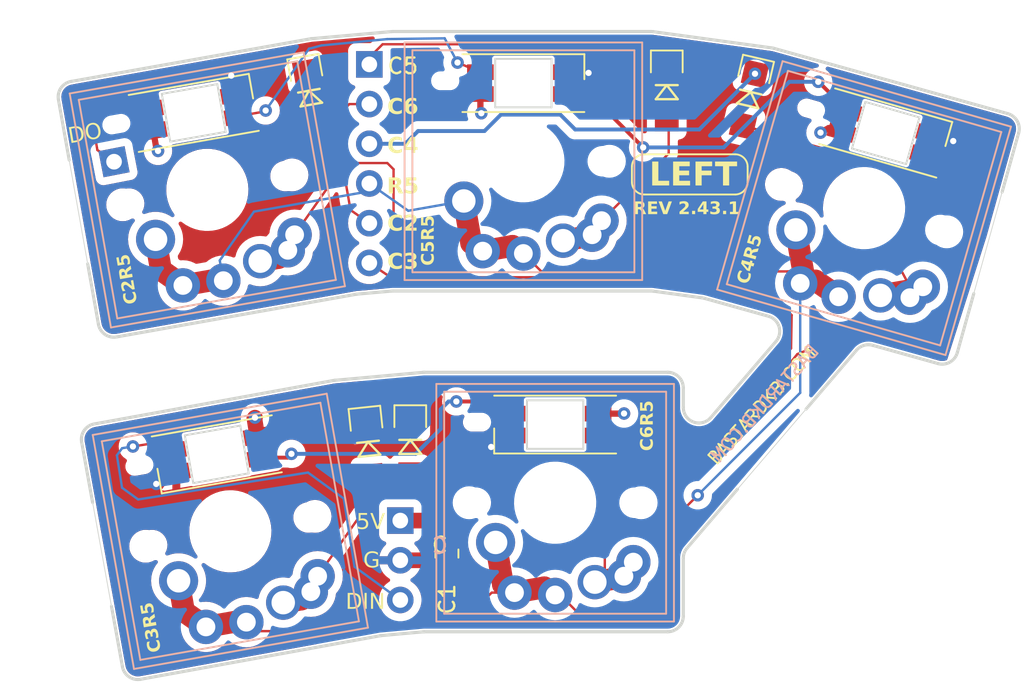
<source format=kicad_pcb>
(kicad_pcb (version 20221018) (generator pcbnew)
  (layers (0 "F.Cu" signal) (1 "In1.Cu" signal) (2 "In2.Cu" signal) (31 "B.Cu" signal) (34 "B.Paste" user) (35 "F.Paste" user) (36 "B.SilkS" user "B.Silkscreen") (37 "F.SilkS" user "F.Silkscreen") (38 "B.Mask" user) (39 "F.Mask" user) (44 "Edge.Cuts" user))
  (net 0 "")
  (net 1 "col6")
  (net 2 "col2")
  (net 3 "col3")
  (net 4 "col4")
  (net 5 "col5")
  (net 6 "row1")
  (net 7 "Vcc")
  (net 8 "Din")
  (net 9 "Gnd")
  (net 10 "Net-(D1-A)")
  (net 11 "Net-(D2-DOUT)")
  (net 12 "Net-(D4-DOUT)")
  (net 13 "Net-(D5-A)")
  (net 14 "Net-(D10-DIN)")
  (net 15 "Net-(D9-A)")
  (net 16 "Net-(D10-DOUT)")
  (net 17 "Net-(D12-DOUT)")
  (net 18 "Net-(D14-A)")
  (net 19 "Net-(D19-A)")
  (footprint "Connector_PinHeader_2.54mm:PinHeader_1x03_P2.54mm_Vertical" (layer "F.Cu") (at 84.959214 98.494083)
    (fp_text reference "J2" hide)
    (fp_text value "Conn_01x03_Female")
    (pad "1" thru_hole rect (at 0 0) (size 1.7 1.7) (drill 1) (layers *.Cu *.Mask) (net 7 "Vcc"))
    (pad "2" thru_hole oval (at 0 2.54) (size 1.7 1.7) (drill 1) (layers *.Cu *.Mask) (net 9 "Gnd"))
    (pad "3" thru_hole oval (at 0 5.08) (size 1.7 1.7) (drill 1) (layers *.Cu *.Mask) (net 8 "Din"))
  )
  (footprint "prettylib:Diode_TH_SOD123" (layer "F.Cu") (at 85.598035 88.830938 -90)
    (fp_text reference "D1" hide)
    (fp_text value "D")
    (pad "1" smd rect (at 3.3 0 270) (size 1.524 1.524) (layers "F.Cu" "F.Paste" "F.Mask") (net 1 "col6"))
    (pad "2" smd rect (at 6.7 0 270) (size 1.524 1.524) (layers "F.Cu" "F.Paste" "F.Mask") (net 10 "Net-(D1-A)"))
  )
  (footprint "prettylib:YS-SK6812MINI-E-bkb" (layer "F.Cu") (at 94.866015 92.352481)
    (fp_text reference "D4" hide)
    (fp_text value "SK6812MINI" hide)
    (fp_line (start -1.8 -1.55) (end -1.8 1.55) (stroke (width 0.12)) (layer "Edge.Cuts"))
    (fp_line (start -1.8 1.55) (end 1.8 1.55) (stroke (width 0.12)) (layer "Edge.Cuts"))
    (fp_line (start 1.8 -1.55) (end -1.8 -1.55) (stroke (width 0.12)) (layer "Edge.Cuts"))
    (fp_line (start 1.8 1.55) (end 1.8 -1.55) (stroke (width 0.12)) (layer "Edge.Cuts"))
    (pad "1" smd rect (at 2.75 0.7) (size 1.7 1) (layers "F.Cu" "F.Paste" "F.Mask") (net 12 "Net-(D4-DOUT)"))
    (pad "2" smd rect (at -2.75 0.7) (size 1.7 1) (layers "F.Cu" "F.Paste" "F.Mask") (net 9 "Gnd"))
    (pad "3" smd rect (at -2.75 -0.7) (size 1.7 1) (layers "F.Cu" "F.Paste" "F.Mask") (net 11 "Net-(D2-DOUT)"))
    (pad "4" smd rect (at 2.75 -0.7) (size 1.7 1) (layers "F.Cu" "F.Paste" "F.Mask") (net 7 "Vcc"))
  )
  (footprint "prettylib:YS-SK6812MINI-E-bkb" (layer "F.Cu") (at 92.834021 70.508481 180)
    (fp_text reference "D10" hide)
    (fp_text value "SK6812MINI" hide)
    (fp_line (start -1.8 -1.55) (end -1.8 1.55) (stroke (width 0.12)) (layer "Edge.Cuts"))
    (fp_line (start -1.8 1.55) (end 1.8 1.55) (stroke (width 0.12)) (layer "Edge.Cuts"))
    (fp_line (start 1.8 -1.55) (end -1.8 -1.55) (stroke (width 0.12)) (layer "Edge.Cuts"))
    (fp_line (start 1.8 1.55) (end 1.8 -1.55) (stroke (width 0.12)) (layer "Edge.Cuts"))
    (pad "1" smd rect (at 2.75 0.7 180) (size 1.7 1) (layers "F.Cu" "F.Paste" "F.Mask") (net 16 "Net-(D10-DOUT)"))
    (pad "2" smd rect (at -2.75 0.7 180) (size 1.7 1) (layers "F.Cu" "F.Paste" "F.Mask") (net 9 "Gnd"))
    (pad "3" smd rect (at -2.75 -0.7 180) (size 1.7 1) (layers "F.Cu" "F.Paste" "F.Mask") (net 14 "Net-(D10-DIN)"))
    (pad "4" smd rect (at 2.75 -0.7 180) (size 1.7 1) (layers "F.Cu" "F.Paste" "F.Mask") (net 7 "Vcc"))
  )
  (footprint "prettylib:Diode_TH_SOD123" (layer "F.Cu") (at 82.421495 88.979212 -84)
    (fp_text reference "D9" hide)
    (fp_text value "D")
    (pad "1" smd rect (at 3.3 0 276) (size 1.524 1.524) (layers "F.Cu" "F.Paste" "F.Mask") (net 3 "col3"))
    (pad "2" smd rect (at 6.7 0 276) (size 1.524 1.524) (layers "F.Cu" "F.Paste" "F.Mask") (net 15 "Net-(D9-A)"))
  )
  (footprint "prettylib:SW_MX_KS_Choc-mod" (layer "F.Cu") (at 74.088825 99.181277 10)
    (fp_text reference "SW9" hide)
    (fp_text value "SW_Push")
    (pad "" np_thru_hole circle (at -5.5 0 190) (size 1.9 1.9) (drill 1.9) (layers *.Mask "F.Cu" "In1.Cu" "B.Cu"))
    (pad "" np_thru_hole circle (at -5.08 0 190) (size 1.75 1.75) (drill 1.75) (layers *.Mask "F.Cu" "In1.Cu" "B.Cu"))
    (pad "" np_thru_hole oval (at -5 -5.15 10) (size 1.6 1) (drill oval 1.6 1) (layers F&B.Cu *.Mask))
    (pad "" np_thru_hole circle (at 0 0 190) (size 5.05 5.05) (drill 5.05) (layers *.Mask "F.Cu" "In1.Cu" "B.Cu"))
    (pad "" np_thru_hole circle (at 5.08 0 190) (size 1.75 1.75) (drill 1.75) (layers *.Mask "F.Cu" "In1.Cu" "B.Cu"))
    (pad "" np_thru_hole circle (at 5.5 0 190) (size 1.9 1.9) (drill 1.9) (layers *.Mask "F.Cu" "In1.Cu" "B.Cu"))
    (pad "1" thru_hole circle (at -3.81 2.54 190) (size 2.5 2.5) (drill 1.5) (layers "F.Cu" "In1.Cu" "B.Cu" "F.Mask") (net 6 "row1"))
    (pad "1" thru_hole circle (at -2.6 5.75 10) (size 2.2 2.2) (drill 1.2) (layers *.Cu "F.Mask") (net 6 "row1"))
    (pad "1" thru_hole circle (at 0 5.9 190) (size 2.2 2.2) (drill 1.2) (layers "F.Cu" "In1.Cu" "B.Cu" "F.Mask") (net 6 "row1"))
    (pad "2" thru_hole circle (at 2.54 5.08 190) (size 2.2 2.2) (drill 1.5) (layers *.Cu "F.Mask") (net 15 "Net-(D9-A)"))
    (pad "2" thru_hole circle (at 4.4 4.7 10) (size 2.2 2.2) (drill 1.2) (layers *.Cu "F.Mask") (net 15 "Net-(D9-A)"))
    (pad "2" thru_hole circle (at 5 3.8 190) (size 2.2 2.2) (drill 1.2) (layers "F.Cu" "In1.Cu" "B.Cu" "F.Mask") (net 15 "Net-(D9-A)"))
  )
  (footprint "Capacitor_SMD:C_0805_2012Metric_Pad1.18x1.45mm_HandSolder" (layer "F.Cu") (at 87.943072 100.604058 -90)
    (fp_text reference "C1" (at 2.92077 -0.013299 90) (layer "F.SilkS"))
    (fp_text value "C")
    (pad "1" smd roundrect (at -1.0375 0 270) (size 1.175 1.45) (layers "F.Cu" "F.Paste" "F.Mask") (roundrect_rratio 0.2127659574) (net 7 "Vcc"))
    (pad "2" smd roundrect (at 1.0375 0 270) (size 1.175 1.45) (layers "F.Cu" "F.Paste" "F.Mask") (roundrect_rratio 0.2127659574) (net 9 "Gnd"))
  )
  (footprint "prettylib:Diode_TH_SOD123" (layer "F.Cu") (at 78.329743 66.564252 -80)
    (fp_text reference "D5" hide)
    (fp_text value "D")
    (pad "1" smd rect (at 3.3 0 280) (size 1.524 1.524) (layers "F.Cu" "F.Paste" "F.Mask") (net 2 "col2"))
    (pad "2" smd rect (at 6.7 0 280) (size 1.524 1.524) (layers "F.Cu" "F.Paste" "F.Mask") (net 13 "Net-(D5-A)"))
  )
  (footprint "prettylib:SW_MX_KS_Choc-mod" (layer "F.Cu") (at 92.834019 75.508476)
    (fp_text reference "SW19" hide)
    (fp_text value "SW_Push")
    (pad "" np_thru_hole circle (at -5.5 0 180) (size 1.9 1.9) (drill 1.9) (layers *.Mask "F.Cu" "In1.Cu" "B.Cu"))
    (pad "" np_thru_hole circle (at -5.08 0 180) (size 1.75 1.75) (drill 1.75) (layers *.Mask "F.Cu" "In1.Cu" "B.Cu"))
    (pad "" np_thru_hole oval (at -5 -5.15) (size 1.6 1) (drill oval 1.6 1) (layers F&B.Cu *.Mask))
    (pad "" np_thru_hole circle (at 0 0 180) (size 5.05 5.05) (drill 5.05) (layers *.Mask "F.Cu" "In1.Cu" "B.Cu"))
    (pad "" np_thru_hole circle (at 5.08 0 180) (size 1.75 1.75) (drill 1.75) (layers *.Mask "F.Cu" "In1.Cu" "B.Cu"))
    (pad "" np_thru_hole circle (at 5.5 0 180) (size 1.9 1.9) (drill 1.9) (layers *.Mask "F.Cu" "In1.Cu" "B.Cu"))
    (pad "1" thru_hole circle (at -3.81 2.54 180) (size 2.5 2.5) (drill 1.5) (layers "F.Cu" "In1.Cu" "B.Cu" "F.Mask") (net 6 "row1"))
    (pad "1" thru_hole circle (at -2.6 5.75) (size 2.2 2.2) (drill 1.2) (layers *.Cu "F.Mask") (net 6 "row1"))
    (pad "1" thru_hole circle (at 0 5.9 180) (size 2.2 2.2) (drill 1.2) (layers "F.Cu" "In1.Cu" "B.Cu" "F.Mask") (net 6 "row1"))
    (pad "2" thru_hole circle (at 2.54 5.08 180) (size 2.2 2.2) (drill 1.5) (layers *.Cu "F.Mask") (net 19 "Net-(D19-A)"))
    (pad "2" thru_hole circle (at 4.4 4.7) (size 2.2 2.2) (drill 1.2) (layers *.Cu "F.Mask") (net 19 "Net-(D19-A)"))
    (pad "2" thru_hole circle (at 5 3.8 180) (size 2.2 2.2) (drill 1.2) (layers "F.Cu" "In1.Cu" "B.Cu" "F.Mask") (net 19 "Net-(D19-A)"))
  )
  (footprint "prettylib:SW_MX_KS_Choc-mod" (layer "F.Cu") (at 114.627226 78.505675 -16)
    (fp_text reference "SW14" hide)
    (fp_text value "SW_Push")
    (pad "" np_thru_hole circle (at -5.5 0 164) (size 1.9 1.9) (drill 1.9) (layers *.Mask "F.Cu" "In1.Cu" "B.Cu"))
    (pad "" np_thru_hole circle (at -5.08 0 164) (size 1.75 1.75) (drill 1.75) (layers *.Mask "F.Cu" "In1.Cu" "B.Cu"))
    (pad "" np_thru_hole oval (at -5 -5.15 344) (size 1.6 1) (drill oval 1.6 1) (layers F&B.Cu *.Mask))
    (pad "" np_thru_hole circle (at 0 0 164) (size 5.05 5.05) (drill 5.05) (layers *.Mask "F.Cu" "In1.Cu" "B.Cu"))
    (pad "" np_thru_hole circle (at 5.08 0 164) (size 1.75 1.75) (drill 1.75) (layers *.Mask "F.Cu" "In1.Cu" "B.Cu"))
    (pad "" np_thru_hole circle (at 5.5 0 164) (size 1.9 1.9) (drill 1.9) (layers *.Mask "F.Cu" "In1.Cu" "B.Cu"))
    (pad "1" thru_hole circle (at -3.81 2.54 164) (size 2.5 2.5) (drill 1.5) (layers "F.Cu" "In1.Cu" "B.Cu" "F.Mask") (net 6 "row1"))
    (pad "1" thru_hole circle (at -2.6 5.75 344) (size 2.2 2.2) (drill 1.2) (layers *.Cu "F.Mask") (net 6 "row1"))
    (pad "1" thru_hole circle (at 0 5.9 164) (size 2.2 2.2) (drill 1.2) (layers "F.Cu" "In1.Cu" "B.Cu" "F.Mask") (net 6 "row1"))
    (pad "2" thru_hole circle (at 2.54 5.08 164) (size 2.2 2.2) (drill 1.5) (layers *.Cu "F.Mask") (net 18 "Net-(D14-A)"))
    (pad "2" thru_hole circle (at 4.4 4.7 344) (size 2.2 2.2) (drill 1.2) (layers *.Cu "F.Mask") (net 18 "Net-(D14-A)"))
    (pad "2" thru_hole circle (at 5 3.8 164) (size 2.2 2.2) (drill 1.2) (layers "F.Cu" "In1.Cu" "B.Cu" "F.Mask") (net 18 "Net-(D14-A)"))
  )
  (footprint "prettylib:YS-SK6812MINI-E-bkb" (layer "F.Cu") (at 71.747376 72.413227 -170)
    (fp_text reference "D12" hide)
    (fp_text value "SK6812MINI" hide)
    (fp_line (start -1.8 -1.55) (end -1.8 1.55) (stroke (width 0.12)) (layer "Edge.Cuts"))
    (fp_line (start -1.8 1.55) (end 1.8 1.55) (stroke (width 0.12)) (layer "Edge.Cuts"))
    (fp_line (start 1.8 -1.55) (end -1.8 -1.55) (stroke (width 0.12)) (layer "Edge.Cuts"))
    (fp_line (start 1.8 1.55) (end 1.8 -1.55) (stroke (width 0.12)) (layer "Edge.Cuts"))
    (pad "1" smd rect (at 2.75 0.7 190) (size 1.7 1) (layers "F.Cu" "F.Paste" "F.Mask") (net 17 "Net-(D12-DOUT)"))
    (pad "2" smd rect (at -2.75 0.7 190) (size 1.7 1) (layers "F.Cu" "F.Paste" "F.Mask") (net 9 "Gnd"))
    (pad "3" smd rect (at -2.75 -0.7 190) (size 1.7 1) (layers "F.Cu" "F.Paste" "F.Mask") (net 16 "Net-(D10-DOUT)"))
    (pad "4" smd rect (at 2.75 -0.7 190) (size 1.7 1) (layers "F.Cu" "F.Paste" "F.Mask") (net 7 "Vcc"))
  )
  (footprint "prettylib:YS-SK6812MINI-E-bkb" (layer "F.Cu") (at 73.220575 94.257237 10)
    (fp_text reference "D2" hide)
    (fp_text value "SK6812MINI" hide)
    (fp_line (start -1.8 -1.55) (end -1.8 1.55) (stroke (width 0.12)) (layer "Edge.Cuts"))
    (fp_line (start -1.8 1.55) (end 1.8 1.55) (stroke (width 0.12)) (layer "Edge.Cuts"))
    (fp_line (start 1.8 -1.55) (end -1.8 -1.55) (stroke (width 0.12)) (layer "Edge.Cuts"))
    (fp_line (start 1.8 1.55) (end 1.8 -1.55) (stroke (width 0.12)) (layer "Edge.Cuts"))
    (pad "1" smd rect (at 2.75 0.7 10) (size 1.7 1) (layers "F.Cu" "F.Paste" "F.Mask") (net 11 "Net-(D2-DOUT)"))
    (pad "2" smd rect (at -2.75 0.7 10) (size 1.7 1) (layers "F.Cu" "F.Paste" "F.Mask") (net 9 "Gnd"))
    (pad "3" smd rect (at -2.75 -0.7 10) (size 1.7 1) (layers "F.Cu" "F.Paste" "F.Mask") (net 8 "Din"))
    (pad "4" smd rect (at 2.75 -0.7 10) (size 1.7 1) (layers "F.Cu" "F.Paste" "F.Mask") (net 7 "Vcc"))
  )
  (footprint "Connector_PinHeader_2.54mm:PinHeader_1x06_P2.54mm_Vertical" (layer "F.Cu") (at 82.978829 69.310874)
    (fp_text reference "J1" hide)
    (fp_text value "Conn_01x06_Female")
    (pad "1" thru_hole rect (at 0 0) (size 1.7 1.7) (drill 1) (layers *.Cu *.Mask) (net 5 "col5"))
    (pad "2" thru_hole oval (at 0 2.54) (size 1.7 1.7) (drill 1) (layers *.Cu *.Mask) (net 1 "col6"))
    (pad "3" thru_hole oval (at 0 5.08) (size 1.7 1.7) (drill 1) (layers *.Cu *.Mask) (net 4 "col4"))
    (pad "4" thru_hole oval (at 0 7.62) (size 1.7 1.7) (drill 1) (layers *.Cu *.Mask) (net 6 "row1"))
    (pad "5" thru_hole oval (at 0 10.16) (size 1.7 1.7) (drill 1) (layers *.Cu *.Mask) (net 2 "col2"))
    (pad "6" thru_hole oval (at 0 12.7) (size 1.7 1.7) (drill 1) (layers *.Cu *.Mask) (net 3 "col3"))
  )
  (footprint "prettylib:SW_MX_KS_Choc-mod" (layer "F.Cu") (at 94.866022 97.352476)
    (fp_text reference "SW1" hide)
    (fp_text value "SW_Push")
    (pad "" np_thru_hole circle (at -5.5 0 180) (size 1.9 1.9) (drill 1.9) (layers *.Mask "F.Cu" "In1.Cu" "B.Cu"))
    (pad "" np_thru_hole circle (at -5.08 0 180) (size 1.75 1.75) (drill 1.75) (layers *.Mask "F.Cu" "In1.Cu" "B.Cu"))
    (pad "" np_thru_hole oval (at -5 -5.15) (size 1.6 1) (drill oval 1.6 1) (layers F&B.Cu *.Mask))
    (pad "" np_thru_hole circle (at 0 0 180) (size 5.05 5.05) (drill 5.05) (layers *.Mask "F.Cu" "In1.Cu" "B.Cu"))
    (pad "" np_thru_hole circle (at 5.08 0 180) (size 1.75 1.75) (drill 1.75) (layers *.Mask "F.Cu" "In1.Cu" "B.Cu"))
    (pad "" np_thru_hole circle (at 5.5 0 180) (size 1.9 1.9) (drill 1.9) (layers *.Mask "F.Cu" "In1.Cu" "B.Cu"))
    (pad "1" thru_hole circle (at -3.81 2.54 180) (size 2.5 2.5) (drill 1.5) (layers "F.Cu" "In1.Cu" "B.Cu" "F.Mask") (net 6 "row1"))
    (pad "1" thru_hole circle (at -2.6 5.75) (size 2.2 2.2) (drill 1.2) (layers *.Cu "F.Mask") (net 6 "row1"))
    (pad "1" thru_hole circle (at 0 5.9 180) (size 2.2 2.2) (drill 1.2) (layers "F.Cu" "In1.Cu" "B.Cu" "F.Mask") (net 6 "row1"))
    (pad "2" thru_hole circle (at 2.54 5.08 180) (size 2.2 2.2) (drill 1.5) (layers *.Cu "F.Mask") (net 10 "Net-(D1-A)"))
    (pad "2" thru_hole circle (at 4.4 4.7) (size 2.2 2.2) (drill 1.2) (layers *.Cu "F.Mask") (net 10 "Net-(D1-A)"))
    (pad "2" thru_hole circle (at 5 3.8 180) (size 2.2 2.2) (drill 1.2) (layers "F.Cu" "In1.Cu" "B.Cu" "F.Mask") (net 10 "Net-(D1-A)"))
  )
  (footprint "prettylib:Diode_TH_SOD123" (layer "F.Cu") (at 102.006531 66.136856 -90)
    (fp_text reference "D19" hide)
    (fp_text value "D")
    (pad "1" smd rect (at 3.3 0 270) (size 1.524 1.524) (layers "F.Cu" "F.Paste" "F.Mask") (net 5 "col5"))
    (pad "2" smd rect (at 6.7 0 270) (size 1.524 1.524) (layers "F.Cu" "F.Paste" "F.Mask") (net 19 "Net-(D19-A)"))
  )
  (footprint "prettylib:YS-SK6812MINI-E-bkb" (layer "F.Cu") (at 116.01261 73.699679 164)
    (fp_text reference "D7" hide)
    (fp_text value "SK6812MINI" hide)
    (fp_line (start -1.8 -1.55) (end -1.8 1.55) (stroke (width 0.12)) (layer "Edge.Cuts"))
    (fp_line (start -1.8 1.55) (end 1.8 1.55) (stroke (width 0.12)) (layer "Edge.Cuts"))
    (fp_line (start 1.8 -1.55) (end -1.8 -1.55) (stroke (width 0.12)) (layer "Edge.Cuts"))
    (fp_line (start 1.8 1.55) (end 1.8 -1.55) (stroke (width 0.12)) (layer "Edge.Cuts"))
    (pad "1" smd rect (at 2.75 0.7 164) (size 1.7 1) (layers "F.Cu" "F.Paste" "F.Mask") (net 14 "Net-(D10-DIN)"))
    (pad "2" smd rect (at -2.75 0.7 164) (size 1.7 1) (layers "F.Cu" "F.Paste" "F.Mask") (net 9 "Gnd"))
    (pad "3" smd rect (at -2.75 -0.7 164) (size 1.7 1) (layers "F.Cu" "F.Paste" "F.Mask") (net 12 "Net-(D4-DOUT)"))
    (pad "4" smd rect (at 2.75 -0.7 164) (size 1.7 1) (layers "F.Cu" "F.Paste" "F.Mask") (net 7 "Vcc"))
  )
  (footprint "prettylib:SW_MX_KS_Choc-mod" (layer "F.Cu") (at 72.615629 77.337273 10)
    (fp_text reference "SW5" hide)
    (fp_text value "SW_Push")
    (pad "" np_thru_hole circle (at -5.5 0 190) (size 1.9 1.9) (drill 1.9) (layers *.Mask "F.Cu" "In1.Cu" "B.Cu"))
    (pad "" np_thru_hole circle (at -5.08 0 190) (size 1.75 1.75) (drill 1.75) (layers *.Mask "F.Cu" "In1.Cu" "B.Cu"))
    (pad "" np_thru_hole oval (at -5 -5.15 10) (size 1.6 1) (drill oval 1.6 1) (layers F&B.Cu *.Mask))
    (pad "" np_thru_hole circle (at 0 0 190) (size 5.05 5.05) (drill 5.05) (layers *.Mask "F.Cu" "In1.Cu" "B.Cu"))
    (pad "" np_thru_hole circle (at 5.08 0 190) (size 1.75 1.75) (drill 1.75) (layers *.Mask "F.Cu" "In1.Cu" "B.Cu"))
    (pad "" np_thru_hole circle (at 5.5 0 190) (size 1.9 1.9) (drill 1.9) (layers *.Mask "F.Cu" "In1.Cu" "B.Cu"))
    (pad "1" thru_hole circle (at -3.81 2.54 190) (size 2.5 2.5) (drill 1.5) (layers "F.Cu" "In1.Cu" "B.Cu" "F.Mask") (net 6 "row1"))
    (pad "1" thru_hole circle (at -2.6 5.75 10) (size 2.2 2.2) (drill 1.2) (layers *.Cu "F.Mask") (net 6 "row1"))
    (pad "1" thru_hole circle (at 0 5.9 190) (size 2.2 2.2) (drill 1.2) (layers "F.Cu" "In1.Cu" "B.Cu" "F.Mask") (net 6 "row1"))
    (pad "2" thru_hole circle (at 2.54 5.08 190) (size 2.2 2.2) (drill 1.5) (layers *.Cu "F.Mask") (net 13 "Net-(D5-A)"))
    (pad "2" thru_hole circle (at 4.4 4.7 10) (size 2.2 2.2) (drill 1.2) (layers *.Cu "F.Mask") (net 13 "Net-(D5-A)"))
    (pad "2" thru_hole circle (at 5 3.8 190) (size 2.2 2.2) (drill 1.2) (layers "F.Cu" "In1.Cu" "B.Cu" "F.Mask") (net 13 "Net-(D5-A)"))
  )
  (footprint "Connector_PinHeader_2.54mm:PinHeader_1x01_P2.54mm_Vertical" (layer "F.Cu") (at 66.648413 75.5362 11)
    (fp_text reference "J3" hide)
    (fp_text value "Conn_01x01_Female")
    (pad "1" thru_hole rect (at 0 0 11) (size 1.7 1.7) (drill 1) (layers *.Cu *.Mask) (net 17 "Net-(D12-DOUT)"))
  )
  (footprint "prettylib:Diode_TH_SOD123" (layer "F.Cu") (at 108.392456 66.693614 -103)
    (fp_text reference "D14" hide)
    (fp_text value "D")
    (pad "1" smd rect (at 3.3 0 257) (size 1.524 1.524) (layers "F.Cu" "F.Paste" "F.Mask") (net 4 "col4"))
    (pad "2" smd rect (at 6.7 0 257) (size 1.524 1.524) (layers "F.Cu" "F.Paste" "F.Mask") (net 18 "Net-(D14-A)"))
  )
  (gr_line (start 99.778142 76.853183) (end 99.778143 75.834078) (stroke (width 0.12)) (layer "F.SilkS"))
  (gr_arc (start 106.384034 75.062996) (mid 106.940403 75.292016) (end 107.180118 75.84388) (stroke (width 0.12)) (layer "F.SilkS"))
  (gr_arc (start 100.574223 77.634074) (mid 100.017836 77.405058) (end 99.778142 76.853183) (stroke (width 0.12)) (layer "F.SilkS"))
  (gr_arc (start 99.778143 75.834078) (mid 100.015757 75.293761) (end 100.559033 75.062994) (stroke (width 0.12)) (layer "F.SilkS"))
  (gr_arc (start 107.180112 76.863003) (mid 106.942489 77.403313) (end 106.399215 77.634079) (stroke (width 0.12)) (layer "F.SilkS"))
  (gr_line (start 107.180118 75.84388) (end 107.180112 76.863003) (stroke (width 0.12)) (layer "F.SilkS"))
  (gr_line (start 100.574223 77.634074) (end 106.399215 77.634079) (stroke (width 0.12)) (layer "F.SilkS"))
  (gr_line (start 106.384032 75.063) (end 100.559033 75.062994) (stroke (width 0.12)) (layer "F.SilkS"))
  (gr_arc (start 123.822766 72.462164) (mid 124.425068 72.934432) (end 124.517013 73.694241) (stroke (width 0.2)) (layer "Edge.Cuts"))
  (gr_line (start 84.419257 83.811438) (end 82.21284 84.006413) (stroke (width 0.2)) (layer "Edge.Cuts"))
  (gr_line (start 106.528859 96.488795) (end 103.303597 100.255609) (stroke (width 0.2)) (layer "Edge.Cuts"))
  (gr_arc (start 104.822779 91.903523) (mid 103.716461 92.191081) (end 103.063185 91.253134) (stroke (width 0.2)) (layer "Edge.Cuts"))
  (gr_arc (start 114.144263 87.594696) (mid 114.612912 87.288358) (end 115.172764 87.281924) (stroke (width 0.2)) (layer "Edge.Cuts"))
  (gr_line (start 86.508164 89.007553) (end 102.063196 89.007554) (stroke (width 0.2)) (layer "Edge.Cuts"))
  (gr_circle (center 92.763198 75.507559) (end 94.963187 75.507552) (stroke (width 0.2)) (fill none) (layer "Edge.Cuts"))
  (gr_arc (start 64.575671 93.47634) (mid 64.73736 92.728213) (end 65.380744 92.313644) (stroke (width 0.2)) (layer "Edge.Cuts"))
  (gr_arc (start 120.590771 87.75641) (mid 120.118504 88.358687) (end 119.35869 88.450661) (stroke (width 0.2)) (layer "Edge.Cuts"))
  (gr_line (start 86.4184 105.611585) (end 83.742262 105.852784) (stroke (width 0.2)) (layer "Edge.Cuts"))
  (gr_line (start 108.502342 85.41951) (end 104.399021 84.273847) (stroke (width 0.2)) (layer "Edge.Cuts"))
  (gr_line (start 79.301755 67.663657) (end 84.419271 67.211437) (stroke (width 0.2)) (layer "Edge.Cuts"))
  (gr_line (start 80.774141 89.520295) (end 86.4184 89.011591) (stroke (width 0.2)) (layer "Edge.Cuts"))
  (gr_line (start 83.653214 105.864857) (end 68.348859 108.646142) (stroke (width 0.2)) (layer "Edge.Cuts"))
  (gr_arc (start 80.685095 89.532373) (mid 80.729482 89.525333) (end 80.774141 89.520295) (stroke (width 0.2)) (layer "Edge.Cuts"))
  (gr_line (start 108.863093 68.285346) (end 123.822766 72.462164) (stroke (width 0.2)) (layer "Edge.Cuts"))
  (gr_line (start 103.063186 90.007552) (end 103.063185 91.253134) (stroke (width 0.2)) (layer "Edge.Cuts"))
  (gr_line (start 121.64629 83.975997) (end 120.590774 87.756411) (stroke (width 0.2)) (layer "Edge.Cuts"))
  (gr_line (start 121.64629 83.975997) (end 123.461483 77.474654) (stroke (width 0.05)) (layer "Edge.Cuts"))
  (gr_circle (center 114.559642 78.493294) (end 116.759639 78.493297) (stroke (width 0.2)) (fill none) (layer "Edge.Cuts"))
  (gr_line (start 63.778755 75.427305) (end 64.962478 82.072706) (stroke (width 0.05)) (layer "Edge.Cuts"))
  (gr_line (start 104.822779 91.903523) (end 108.993017 87.033067) (stroke (width 0.2)) (layer "Edge.Cuts"))
  (gr_line (start 63.899577 70.403263) (end 79.214414 67.675277) (stroke (width 0.2)) (layer "Edge.Cuts"))
  (gr_arc (start 108.502342 85.41951) (mid 109.190094 86.091725) (end 108.993017 87.033067) (stroke (width 0.2)) (layer "Edge.Cuts"))
  (gr_line (start 106.528859 96.488795) (end 110.918989 91.361498) (stroke (width 0.05)) (layer "Edge.Cuts"))
  (gr_line (start 104.265821 84.246245) (end 101.13074 83.816797) (stroke (width 0.2)) (layer "Edge.Cuts"))
  (gr_line (start 63.778755 75.427305) (end 63.090428 71.563136) (stroke (width 0.2)) (layer "Edge.Cuts"))
  (gr_line (start 103.063192 100.905998) (end 103.06318 104.607546) (stroke (width 0.2)) (layer "Edge.Cuts"))
  (gr_arc (start 79.214411 67.675275) (mid 79.257955 67.668507) (end 79.301755 67.663657) (stroke (width 0.2)) (layer "Edge.Cuts"))
  (gr_line (start 65.380744 92.313644) (end 80.685095 89.532373) (stroke (width 0.2)) (layer "Edge.Cuts"))
  (gr_arc (start 102.063196 89.007554) (mid 102.770341 89.300422) (end 103.063186 90.007552) (stroke (width 0.2)) (layer "Edge.Cuts"))
  (gr_line (start 84.507295 67.207549) (end 100.995027 67.20756) (stroke (width 0.2)) (layer "Edge.Cuts"))
  (gr_line (start 82.125491 84.018025) (end 66.810653 86.746003) (stroke (width 0.2)) (layer "Edge.Cuts"))
  (gr_arc (start 108.72989 68.257759) (mid 108.796961 68.269287) (end 108.863093 68.285346) (stroke (width 0.2)) (layer "Edge.Cuts"))
  (gr_line (start 65.650793 85.936869) (end 64.962478 82.072706) (stroke (width 0.2)) (layer "Edge.Cuts"))
  (gr_arc (start 100.995032 67.207556) (mid 101.06304 67.209871) (end 101.130732 67.216812) (stroke (width 0.2)) (layer "Edge.Cuts"))
  (gr_line (start 67.186164 107.841057) (end 66.484376 103.979302) (stroke (width 0.2)) (layer "Edge.Cuts"))
  (gr_arc (start 86.4184 89.011591) (mid 86.463237 89.008564) (end 86.508164 89.007553) (stroke (width 0.2)) (layer "Edge.Cuts"))
  (gr_arc (start 63.090425 71.563135) (mid 63.254808 70.815644) (end 63.899577 70.403263) (stroke (width 0.2)) (layer "Edge.Cuts"))
  (gr_arc (start 86.4184 105.611588) (mid 86.463243 105.608559) (end 86.508176 105.607551) (stroke (width 0.2)) (layer "Edge.Cuts"))
  (gr_line (start 119.35869 88.450661) (end 115.172764 87.281924) (stroke (width 0.2)) (layer "Edge.Cuts"))
  (gr_arc (start 68.348859 108.646142) (mid 67.600739 108.484438) (end 67.186164 107.841057) (stroke (width 0.2)) (layer "Edge.Cuts"))
  (gr_line (start 100.995017 83.807558) (end 84.507277 83.807557) (stroke (width 0.2)) (layer "Edge.Cuts"))
  (gr_line (start 124.517013 73.694241) (end 123.461483 77.474654) (stroke (width 0.2)) (layer "Edge.Cuts"))
  (gr_line (start 102.063178 105.607554) (end 86.508176 105.607551) (stroke (width 0.2)) (layer "Edge.Cuts"))
  (gr_arc (start 84.419261 83.811434) (mid 84.463226 83.808522) (end 84.507277 83.807557) (stroke (width 0.2)) (layer "Edge.Cuts"))
  (gr_circle (center 72.541994 77.294463) (end 74.741997 77.294454) (stroke (width 0.2)) (fill none) (layer "Edge.Cuts"))
  (gr_arc (start 104.265821 84.246245) (mid 104.332893 84.25777) (end 104.399021 84.273847) (stroke (width 0.2)) (layer "Edge.Cuts"))
  (gr_line (start 65.277459 97.33808) (end 66.484376 103.979302) (stroke (width 0.05)) (layer "Edge.Cuts"))
  (gr_arc (start 83.653214 105.864857) (mid 83.697602 105.857817) (end 83.742262 105.852784) (stroke (width 0.2)) (layer "Edge.Cuts"))
  (gr_line (start 114.144264 87.594697) (end 110.918989 91.361498) (stroke (width 0.2)) (layer "Edge.Cuts"))
  (gr_line (start 101.130732 67.216812) (end 108.72989 68.257759) (stroke (width 0.2)) (layer "Edge.Cuts"))
  (gr_line (start 65.277459 97.33808) (end 64.575671 93.47634) (stroke (width 0.2)) (layer "Edge.Cuts"))
  (gr_arc (start 84.419271 67.211437) (mid 84.46324 67.208524) (end 84.507295 67.207549) (stroke (width 0.2)) (layer "Edge.Cuts"))
  (gr_arc (start 66.810655 86.746004) (mid 66.063179 86.581617) (end 65.650793 85.936869) (stroke (width 0.2)) (layer "Edge.Cuts"))
  (gr_arc (start 103.06318 104.607546) (mid 102.770281 105.314646) (end 102.063178 105.607554) (stroke (width 0.2)) (layer "Edge.Cuts"))
  (gr_circle (center 94.763183 97.307558) (end 96.963194 97.307545) (stroke (width 0.2)) (fill none) (layer "Edge.Cuts"))
  (gr_circle (center 74.047153 99.174629) (end 76.247152 99.174628) (stroke (width 0.2)) (fill none) (layer "Edge.Cuts"))
  (gr_arc (start 82.125491 84.018025) (mid 82.169037 84.011256) (end 82.21284 84.006413) (stroke (width 0.2)) (layer "Edge.Cuts"))
  (gr_arc (start 100.995017 83.807558) (mid 101.063036 83.809871) (end 101.13074 83.816797) (stroke (width 0.2)) (layer "Edge.Cuts"))
  (gr_arc (start 103.063192 100.905998) (mid 103.125206 100.559295) (end 103.303597 100.255609) (stroke (width 0.2)) (layer "Edge.Cuts"))
  (gr_text "C" (at 87.489214 100.111585) (layer "B.SilkS") (effects (font (size 1 1)) (justify mirror)))
  (gr_text "BASTARDKB.COM" (at 108.27422 91.009067 48) (layer "B.SilkS") (effects (font (size 0.8 0.8) (thickness 0.12)) (justify mirror)))
  (gr_text "C3R5" (at 69.047138 105.322178 100) (layer "F.SilkS") (effects (font (size 0.8 0.8) (thickness 0.16) bold)))
  (gr_text "DIN" (at 82.72637 103.724828) (layer "F.SilkS") (effects (font (size 1 1))))
  (gr_text "C3" (at 85.124226 81.974173) (layer "F.SilkS") (effects (font (size 1 1) (thickness 0.2) bold)))
  (gr_text "C5" (at 85.124218 69.416479) (layer "F.SilkS") (effects (font (size 1 1))))
  (gr_text "5V" (at 83.066371 98.614828) (layer "F.SilkS") (effects (font (size 1 1))))
  (gr_text "BASTARDKB.COM" (at 108.099216 91.134075 48) (layer "F.SilkS") (effects (font (size 0.8 0.8) (thickness 0.12))))
  (gr_text "C4R5" (at 107.33996 81.774966 74) (layer "F.SilkS") (effects (font (size 0.8 0.8) (thickness 0.16) bold)))
  (gr_text "C" (at 87.489228 100.064081) (layer "F.SilkS") (effects (font (size 1 1))))
  (gr_text "C2" (at 85.124228 79.534081) (layer "F.SilkS") (effects (font (size 1 1) (thickness 0.2) bold)))
  (gr_text "C5R5" (at 86.767999 80.568927 90) (layer "F.SilkS") (effects (font (size 0.8 0.8) (thickness 0.16) bold)))
  (gr_text "DO" (at 64.79637 73.764829 10) (layer "F.SilkS") (effects (font (size 1 1))))
  (gr_text "C6R5" (at 100.779819 92.425934 90) (layer "F.SilkS") (effects (font (size 0.8 0.8) (thickness 0.16) bold)))
  (gr_text "LEFT" (at 103.699222 76.434078) (layer "F.SilkS") (effects (font (size 1.5 1.5) (thickness 0.3) bold)))
  (gr_text "C2R5" (at 67.526143 83.047903 100) (layer "F.SilkS") (effects (font (size 0.8 0.8) (thickness 0.16) bold)))
  (gr_text "R5" (at 85.12422 77.148182) (layer "F.SilkS") (effects (font (size 1 1) (thickness 0.2) bold)))
  (gr_text "G" (at 83.126371 101.074828) (layer "F.SilkS") (effects (font (size 1 1))))
  (gr_text "REV 2.43.1" (at 103.27422 78.559075) (layer "F.SilkS") (effects (font (size 0.8 0.8) (thickness 0.16) bold)))
  (gr_text "C4" (at 85.124217 74.557374) (layer "F.SilkS") (effects (font (size 1 1) (thickness 0.2) bold)))
  (gr_text "C6" (at 85.12422 72.066469) (layer "F.SilkS") (effects (font (size 1 1) (thickness 0.2) bold)))
  (segment (start 100.953664 82.919494) (end 101.074636 82.91497) (width 0.1524) (layer "F.Cu") (net 1))
  (segment (start 81.551271 75.318594) (end 81.85505 75.622377) (width 0.1524) (layer "F.Cu") (net 1))
  (segment (start 109.995024 85.350061) (end 109.957959 87.473302) (width 0.1524) (layer "F.Cu") (net 1))
  (segment (start 81.088544 72.463629) (end 81.088549 72.694388) (width 0.1524) (layer "F.Cu") (net 1))
  (segment (start 85.595839 90.682647) (end 85.598033 92.130934) (width 0.1524) (layer "F.Cu") (net 1))
  (segment (start 104.975774 83.497708) (end 106.803152 84.072003) (width 0.1524) (layer "F.Cu") (net 1))
  (segment (start 109.171548 84.810303) (end 109.727193 85.160774) (width 0.1524) (layer "F.Cu") (net 1))
  (segment (start 109.953369 85.306928) (end 109.995024 85.350061) (width 0.1524) (layer "F.Cu") (net 1))
  (segment (start 105.288522 92.965525) (end 104.758759 93.547521) (width 0.1524) (layer "F.Cu") (net 1))
  (segment (start 100.97095 89.950871) (end 100.151252 89.926564) (width 0.1524) (layer "F.Cu") (net 1))
  (segment (start 84.529803 81.622379) (end 85.57142 82.701005) (width 0.1524) (layer "F.Cu") (net 1))
  (segment (start 81.85505 75.622377) (end 84.129797 75.622381) (width 0.1524) (layer "F.Cu") (net 1))
  (segment (start 101.26091 89.95593) (end 100.97095 89.950871) (width 0.1524) (layer "F.Cu") (net 1))
  (segment (start 87.040516 89.874293) (end 85.595839 90.682647) (width 0.1524) (layer "F.Cu") (net 1))
  (segment (start 101.977247 92.463974) (end 102.007531 90.72908) (width 0.1524) (layer "F.Cu") (net 1))
  (segment (start 104.758759 93.547521) (end 103.588412 93.557104) (width 0.1524) (layer "F.Cu") (net 1))
  (segment (start 81.701304 71.850872) (end 81.088544 72.463629) (width 0.1524) (layer "F.Cu") (net 1))
  (segment (start 103.588412 93.557104) (end 102.93053 93.451134) (width 0.1524) (layer "F.Cu") (net 1))
  (segment (start 82.978833 71.850875) (end 81.701304 71.850872) (width 0.1524) (layer "F.Cu") (net 1))
  (segment (start 106.803152 84.072003) (end 109.171548 84.810303) (width 0.1524) (layer "F.Cu") (net 1))
  (segment (start 101.074636 82.91497) (end 104.975774 83.497708) (width 0.1524) (layer "F.Cu") (net 1))
  (segment (start 85.779792 82.935575) (end 93.221104 82.927663) (width 0.1524) (layer "F.Cu") (net 1))
  (segment (start 109.146415 88.563342) (end 107.104831 90.928072) (width 0.1524) (layer "F.Cu") (net 1))
  (segment (start 109.957959 87.473302) (end 109.146415 88.563342) (width 0.1524) (layer "F.Cu") (net 1))
  (segment (start 109.862509 85.245214) (end 109.953369 85.306928) (width 0.1524) (layer "F.Cu") (net 1))
  (segment (start 85.57142 82.701005) (end 85.779792 82.935575) (width 0.1524) (layer "F.Cu") (net 1))
  (segment (start 93.221104 82.927663) (end 100.953664 82.919494) (width 0.1524) (layer "F.Cu") (net 1))
  (segment (start 81.088549 72.694388) (end 81.551271 75.318594) (width 0.1524) (layer "F.Cu") (net 1))
  (segment (start 107.104831 90.928072) (end 105.288522 92.965525) (width 0.1524) (layer "F.Cu") (net 1))
  (segment (start 100.151252 89.926564) (end 87.040516 89.874293) (width 0.1524) (layer "F.Cu") (net 1))
  (segment (start 109.727193 85.160774) (end 109.862509 85.245214) (width 0.1524) (layer "F.Cu") (net 1))
  (segment (start 84.129797 75.622381) (end 84.529801 76.022379) (width 0.1524) (layer "F.Cu") (net 1))
  (segment (start 84.529801 76.022379) (end 84.529803 81.622379) (width 0.1524) (layer "F.Cu") (net 1))
  (arc (start 102.93053 93.451134) (mid 102.249442 93.154989) (end 101.977247 92.463974) (width 0.1524) (layer "F.Cu") (net 1))
  (arc (start 102.007531 90.72908) (mid 101.794343 90.187874) (end 101.26091 89.95593) (width 0.1524) (layer "F.Cu") (net 1))
  (segment (start 81.777238 78.629514) (end 82.978829 79.470877) (width 0.1524) (layer "F.Cu") (net 2))
  (segment (start 79.077489 70.804827) (end 80.583473 71.859347) (width 0.1524) (layer "F.Cu") (net 2))
  (segment (start 80.583473 71.859347) (end 81.777238 78.629514) (width 0.1524) (layer "F.Cu") (net 2))
  (segment (start 78.90278 69.814114) (end 79.077489 70.804827) (width 0.1524) (layer "F.Cu") (net 2))
  (segment (start 83.156334 90.059981) (end 86.766261 89.522901) (width 0.1524) (layer "F.Cu") (net 3))
  (segment (start 104.86823 83.837958) (end 101.077534 83.27171) (width 0.1524) (layer "F.Cu") (net 3))
  (segment (start 101.077534 83.27171) (end 84.874764 83.288938) (width 0.1524) (layer "F.Cu") (net 3))
  (segment (start 86.766261 89.522901) (end 100.969332 89.470765) (width 0.1524) (layer "F.Cu") (net 3))
  (segment (start 82.766435 92.26113) (end 82.798834 90.405214) (width 0.1524) (layer "F.Cu") (net 3))
  (segment (start 82.798834 90.405214) (end 83.156334 90.059981) (width 0.1524) (layer "F.Cu") (net 3))
  (segment (start 109.144886 85.212801) (end 108.946662 85.109326) (width 0.1524) (layer "F.Cu") (net 3))
  (segment (start 108.544584 88.66285) (end 109.608165 87.32121) (width 0.1524) (layer "F.Cu") (net 3))
  (segment (start 103.606091 93.117341) (end 104.606288 93.114799) (width 0.1524) (layer "F.Cu") (net 3))
  (segment (start 102.541165 91.098448) (end 102.525457 91.998316) (width 0.1524) (layer "F.Cu") (net 3))
  (segment (start 108.946662 85.109326) (end 104.86823 83.837958) (width 0.1524) (layer "F.Cu") (net 3))
  (segment (start 84.874764 83.288938) (end 82.978825 82.010868) (width 0.1524) (layer "F.Cu") (net 3))
  (segment (start 109.608165 87.32121) (end 109.639571 85.521484) (width 0.1524) (layer "F.Cu") (net 3))
  (segment (start 109.639571 85.521484) (end 109.144886 85.212801) (width 0.1524) (layer "F.Cu") (net 3))
  (segment (start 104.606288 93.114799) (end 108.544584 88.66285) (width 0.1524) (layer "F.Cu") (net 3))
  (arc (start 100.969332 89.470765) (mid 102.092352 89.95907) (end 102.541165 91.098448) (width 0.1524) (layer "F.Cu") (net 3))
  (arc (start 102.525457 91.998316) (mid 102.834017 92.781628) (end 103.606091 93.117341) (width 0.1524) (layer "F.Cu") (net 3))
  (via (at 107.650118 69.909034) (size 0.8) (drill 0.4) (layers "F.Cu" "B.Cu") (net 4))
  (segment (start 91.39637 72.524828) (end 95.196371 72.524829) (width 0.25) (layer "B.Cu") (net 4))
  (segment (start 85.280325 74.390872) (end 86.096371 73.574828) (width 0.25) (layer "B.Cu") (net 4))
  (segment (start 95.196371 72.524829) (end 96.14637 73.474828) (width 0.25) (layer "B.Cu") (net 4))
  (segment (start 82.978828 74.390873) (end 85.280325 74.390872) (width 0.25) (layer "B.Cu") (net 4))
  (segment (start 104.084324 73.474829) (end 107.650118 69.909034) (width 0.25) (layer "B.Cu") (net 4))
  (segment (start 90.34637 73.574828) (end 91.39637 72.524828) (width 0.25) (layer "B.Cu") (net 4))
  (segment (start 86.096371 73.574828) (end 90.34637 73.574828) (width 0.25) (layer "B.Cu") (net 4))
  (segment (start 96.14637 73.474828) (end 104.084324 73.474829) (width 0.25) (layer "B.Cu") (net 4))
  (segment (start 82.978829 69.310874) (end 82.97883 68.873353) (width 0.1524) (layer "F.Cu") (net 5))
  (segment (start 82.97883 68.873353) (end 83.8298 68.022376) (width 0.1524) (layer "F.Cu") (net 5))
  (segment (start 100.592056 68.022385) (end 102.00653 69.436852) (width 0.1524) (layer "F.Cu") (net 5))
  (segment (start 83.8298 68.022376) (end 100.592056 68.022385) (width 0.1524) (layer "F.Cu") (net 5))
  (segment (start 110.802308 82.945999) (end 110.543026 83.316277) (width 1.4) (layer "F.Cu") (net 6))
  (segment (start 73.466375 83.025974) (end 73.640149 83.147647) (width 1.4) (layer "F.Cu") (net 6))
  (segment (start 88.843074 105.066561) (end 90.80716 103.102472) (width 0.1524) (layer "F.Cu") (net 6))
  (segment (start 92.834017 81.408476) (end 93.980369 82.554829) (width 0.1524) (layer "F.Cu") (net 6))
  (segment (start 111.524416 83.143232) (end 113.00097 84.17713) (width 1.4) (layer "F.Cu") (net 6))
  (segment (start 91.531323 102.588031) (end 92.26602 103.102475) (width 1.4) (layer "F.Cu") (net 6))
  (segment (start 101.92637 98.934828) (end 103.986371 96.874827) (width 0.1524) (layer "F.Cu") (net 6))
  (segment (start 100.196371 104.294829) (end 101.926371 102.564828) (width 0.1524) (layer "F.Cu") (net 6))
  (segment (start 71.053603 83.451404) (end 73.466375 83.025974) (width 1.4) (layer "F.Cu") (net 6))
  (segment (start 101.926371 102.564828) (end 101.92637 98.934828) (width 0.1524) (layer "F.Cu") (net 6))
  (segment (start 74.93958 104.869966) (end 75.113341 104.991638) (width 1.4) (layer "F.Cu") (net 6))
  (segment (start 110.264702 79.8971) (end 110.802308 82.945999) (width 1.4) (layer "F.Cu") (net 6))
  (segment (start 70.777767 102.344278) (end 71.125061 104.313904) (width 1.4) (layer "F.Cu") (net 6))
  (segment (start 109.781585 82.554828) (end 110.543031 83.316272) (width 0.1524) (layer "F.Cu") (net 6))
  (segment (start 69.304569 80.500288) (end 69.651869 82.469913) (width 1.4) (layer "F.Cu") (net 6))
  (segment (start 89.024028 78.048471) (end 89.499319 80.744032) (width 1.4) (layer "F.Cu") (net 6))
  (segment (start 75.113349 104.991646) (end 75.688264 105.56656) (width 0.1524) (layer "F.Cu") (net 6))
  (segment (start 91.056032 99.892483) (end 91.531323 102.588031) (width 1.4) (layer "F.Cu") (net 6))
  (segment (start 92.26602 103.102475) (end 94.171866 102.766421) (width 1.4) (layer "F.Cu") (net 6))
  (segment (start 93.980369 82.554829) (end 109.781585 82.554828) (width 0.1524) (layer "F.Cu") (net 6))
  (segment (start 72.526796 105.29541) (end 74.93958 104.869966) (width 1.4) (layer "F.Cu") (net 6))
  (segment (start 75.688264 105.56656) (end 81.743074 105.566562) (width 0.1524) (layer "F.Cu") (net 6))
  (segment (start 82.24307 105.066558) (end 88.843074 105.066561) (width 0.1524) (layer "F.Cu") (net 6))
  (segment (start 90.80716 103.102472) (end 92.266016 103.102474) (width 0.1524) (layer "F.Cu") (net 6))
  (segment (start 90.234019 81.25848) (end 92.139869 80.922424) (width 1.4) (layer "F.Cu") (net 6))
  (segment (start 94.866021 103.252476) (end 95.184017 103.252475) (width 0.1524) (layer "F.Cu") (net 6))
  (segment (start 71.125061 104.313904) (end 72.526796 105.29541) (width 1.4) (layer "F.Cu") (net 6))
  (segment (start 81.743074 105.566562) (end 82.24307 105.066558) (width 0.1524) (layer "F.Cu") (net 6))
  (segment (start 96.226371 104.294829) (end 100.196371 104.294829) (width 0.1524) (layer "F.Cu") (net 6))
  (segment (start 95.184017 103.252475) (end 96.226371 104.294829) (width 0.1524) (layer "F.Cu") (net 6))
  (segment (start 69.651869 82.469913) (end 71.053603 83.451404) (width 1.4) (layer "F.Cu") (net 6))
  (segment (start 92.139869 80.922424) (end 92.834026 81.408479) (width 1.4) (layer "F.Cu") (net 6))
  (segment (start 94.171866 102.766421) (end 94.86603 103.252483) (width 1.4) (layer "F.Cu") (net 6))
  (segment (start 110.543026 83.316277) (end 111.524416 83.143232) (width 1.4) (layer "F.Cu") (net 6))
  (segment (start 89.499319 80.744032) (end 90.234019 81.25848) (width 1.4) (layer "F.Cu") (net 6))
  (via (at 103.986371 96.874827) (size 0.8) (drill 0.4) (layers "F.Cu" "B.Cu") (net 6))
  (segment (start 82.978828 76.930872) (end 85.469918 78.675168) (width 0.1524) (layer "B.Cu") (net 6))
  (segment (start 73.412135 81.854511) (end 75.600665 78.728963) (width 0.1524) (layer "B.Cu") (net 6))
  (segment (start 103.986371 96.874827) (end 110.543032 90.318169) (width 0.1524) (layer "B.Cu") (net 6))
  (segment (start 75.600665 78.728963) (end 82.581699 77.498018) (width 0.1524) (layer "B.Cu") (net 6))
  (segment (start 73.640149 83.147647) (end 73.412135 81.854511) (width 0.1524) (layer "B.Cu") (net 6))
  (segment (start 110.543032 90.318169) (end 110.543031 83.316272) (width 0.1524) (layer "B.Cu") (net 6))
  (segment (start 85.469918 78.675168) (end 89.024028 78.048471) (width 0.1524) (layer "B.Cu") (net 6))
  (segment (start 82.581699 77.498018) (end 82.978828 76.930872) (width 0.1524) (layer "B.Cu") (net 6))
  (segment (start 84.959214 98.494083) (end 86.870593 98.49408) (width 1) (layer "F.Cu") (net 7))
  (segment (start 86.870593 98.49408) (end 87.943076 99.56656) (width 1) (layer "F.Cu") (net 7))
  (segment (start 90.08402 71.208482) (end 90.084021 72.37565) (width 0.4) (layer "F.Cu") (net 7))
  (segment (start 112.368582 73.382979) (end 111.841702 73.675039) (width 0.4) (layer "F.Cu") (net 7))
  (segment (start 99.266211 91.652481) (end 99.273532 91.64516) (width 0.4) (layer "F.Cu") (net 7))
  (segment (start 75.807243 93.090347) (end 75.627908 91.958054) (width 1) (layer "F.Cu") (net 7))
  (segment (start 75.627908 91.958054) (end 75.663355 91.909264) (width 1) (layer "F.Cu") (net 7))
  (segment (start 69.373234 74.785428) (end 69.461515 74.847243) (width 0.4) (layer "F.Cu") (net 7))
  (segment (start 69.160709 73.580125) (end 69.373234 74.785428) (width 0.4) (layer "F.Cu") (net 7))
  (segment (start 90.084021 72.37565) (end 90.143532 72.43516) (width 0.4) (layer "F.Cu") (net 7))
  (segment (start 97.616016 91.652481) (end 99.266211 91.652481) (width 0.4) (layer "F.Cu") (net 7))
  (segment (start 113.176192 73.614559) (end 112.368582 73.382979) (width 0.4) (layer "F.Cu") (net 7))
  (via (at 111.841702 73.675039) (size 0.8) (drill 0.4) (layers "F.Cu" "B.Cu") (net 7))
  (via (at 75.663355 91.909264) (size 0.8) (drill 0.4) (layers "F.Cu" "B.Cu") (net 7))
  (via (at 99.273532 91.64516) (size 0.8) (drill 0.4) (layers "F.Cu" "B.Cu") (net 7))
  (via (at 69.461515 74.847243) (size 0.8) (drill 0.4) (layers "F.Cu" "B.Cu") (net 7))
  (via (at 90.143532 72.43516) (size 0.8) (drill 0.4) (layers "F.Cu" "B.Cu") (net 7))
  (segment (start 67.855711 93.75335) (end 69.607037 93.475971) (width 0.1524) (layer "F.Cu") (net 8))
  (segment (start 69.607037 93.475971) (end 70.3908 94.04541) (width 0.1524) (layer "F.Cu") (net 8))
  (via (at 67.855711 93.75335) (size 0.8) (drill 0.4) (layers "F.Cu" "B.Cu") (net 8))
  (segment (start 75.202634 96.032096) (end 68.190053 97.142783) (width 0.1524) (layer "B.Cu") (net 8))
  (segment (start 81.342867 97.084509) (end 79.054622 95.422009) (width 0.1524) (layer "B.Cu") (net 8))
  (segment (start 82.034109 101.448867) (end 81.342867 97.084509) (width 0.1524) (layer "B.Cu") (net 8))
  (segment (start 67.160334 96.39465) (end 66.831826 94.320511) (width 0.1524) (layer "B.Cu") (net 8))
  (segment (start 84.959213 103.574077) (end 82.034109 101.448867) (width 0.1524) (layer "B.Cu") (net 8))
  (segment (start 79.054622 95.422009) (end 75.202634 96.032096) (width 0.1524) (layer "B.Cu") (net 8))
  (segment (start 66.831826 94.320511) (end 67.164325 93.862858) (width 0.1524) (layer "B.Cu") (net 8))
  (segment (start 68.190053 97.142783) (end 67.160334 96.39465) (width 0.1524) (layer "B.Cu") (net 8))
  (segment (start 67.164325 93.862858) (end 67.855711 93.75335) (width 0.1524) (layer "B.Cu") (net 8))
  (segment (start 69.777143 95.559841) (end 70.633908 95.424141) (width 1) (layer "F.Cu") (net 9))
  (segment (start 118.849029 73.7848) (end 120.327347 74.208702) (width 1) (layer "F.Cu") (net 9))
  (segment (start 84.959215 101.034078) (end 87.33559 101.034074) (width 1) (layer "F.Cu") (net 9))
  (segment (start 87.33559 101.034074) (end 87.943077 101.64156) (width 1) (layer "F.Cu") (net 9))
  (segment (start 120.327347 74.208702) (end 120.331445 74.216088) (width 1) (layer "F.Cu") (net 9))
  (segment (start 96.956854 69.80848) (end 97.00353 69.855161) (width 0.4) (layer "F.Cu") (net 9))
  (segment (start 74.125024 70.060921) (end 74.146281 70.030564) (width 0.4) (layer "F.Cu") (net 9))
  (segment (start 84.959215 101.034078) (end 86.010596 101.034083) (width 0.1524) (layer "F.Cu") (net 9))
  (segment (start 69.348895 96.149265) (end 69.777143 95.559841) (width 1) (layer "F.Cu") (net 9))
  (segment (start 92.116015 93.052479) (end 91.50621 93.052478) (width 0.4) (layer "F.Cu") (net 9))
  (segment (start 91.50621 93.052478) (end 90.77353 93.78516) (width 0.4) (layer "F.Cu") (net 9))
  (segment (start 74.334043 71.246329) (end 74.125024 70.060921) (width 0.4) (layer "F.Cu") (net 9))
  (segment (start 95.584022 69.808482) (end 96.956854 69.80848) (width 0.4) (layer "F.Cu") (net 9))
  (via (at 74.146281 70.030564) (size 0.8) (drill 0.4) (layers "F.Cu" "B.Cu") (net 9))
  (via (at 69.348895 96.149265) (size 0.8) (drill 0.4) (layers "F.Cu" "B.Cu") (net 9))
  (via (at 97.00353 69.855161) (size 0.8) (drill 0.4) (layers "F.Cu" "B.Cu") (net 9))
  (via (at 120.331445 74.216088) (size 0.8) (drill 0.4) (layers "F.Cu" "B.Cu") (net 9))
  (via (at 90.77353 93.78516) (size 0.8) (drill 0.4) (layers "F.Cu" "B.Cu") (net 9))
  (segment (start 91.450184 94.466557) (end 96.835969 94.46656) (width 0.1524) (layer "F.Cu") (net 10))
  (segment (start 99.190018 102.117911) (end 99.866023 101.152474) (width 1.4) (layer "F.Cu") (net 10))
  (segment (start 97.406028 102.432471) (end 99.190018 102.117911) (width 1.4) (layer "F.Cu") (net 10))
  (segment (start 85.598023 95.530939) (end 89.971586 95.530938) (width 0.1524) (layer "F.Cu") (net 10))
  (segment (start 97.189519 94.613006) (end 97.896627 95.320114) (width 0.1524) (layer "F.Cu") (net 10))
  (segment (start 98.043075 95.673666) (end 98.04307 101.588312) (width 0.1524) (layer "F.Cu") (net 10))
  (segment (start 97.896628 101.941867) (end 97.406017 102.432474) (width 0.1524) (layer "F.Cu") (net 10))
  (segment (start 90.325142 95.384489) (end 91.096627 94.613009) (width 0.1524) (layer "F.Cu") (net 10))
  (arc (start 90.325142 95.384489) (mid 90.162931 95.492877) (end 89.971586 95.530938) (width 0.1524) (layer "F.Cu") (net 10))
  (arc (start 97.896627 95.320114) (mid 98.005018 95.482327) (end 98.043075 95.673666) (width 0.1524) (layer "F.Cu") (net 10))
  (arc (start 91.450184 94.466557) (mid 91.25884 94.504619) (end 91.096627 94.613009) (width 0.1524) (layer "F.Cu") (net 10))
  (arc (start 96.835969 94.46656) (mid 97.027307 94.504617) (end 97.189519 94.613006) (width 0.1524) (layer "F.Cu") (net 10))
  (arc (start 98.04307 101.588312) (mid 98.00501 101.779659) (end 97.896628 101.941867) (width 0.1524) (layer "F.Cu") (net 10))
  (segment (start 77.752128 94.469071) (end 77.99637 94.224828) (width 0.25) (layer "F.Cu") (net 11))
  (segment (start 88.546371 90.874828) (end 91.338363 90.874829) (width 0.25) (layer "F.Cu") (net 11))
  (segment (start 76.050349 94.46907) (end 77.752128 94.469071) (width 0.25) (layer "F.Cu") (net 11))
  (segment (start 91.338363 90.874829) (end 92.116015 91.65248) (width 0.25) (layer "F.Cu") (net 11))
  (via (at 88.546371 90.874828) (size 0.8) (drill 0.4) (layers "F.Cu" "B.Cu") (net 11))
  (via (at 77.99637 94.224828) (size 0.8) (drill 0.4) (layers "F.Cu" "B.Cu") (net 11))
  (segment (start 85.946371 94.224829) (end 87.29637 92.874828) (width 0.25) (layer "B.Cu") (net 11))
  (segment (start 77.99637 94.224828) (end 85.946371 94.224829) (width 0.25) (layer "B.Cu") (net 11))
  (segment (start 87.546371 92.624829) (end 87.54637 91.374829) (width 0.25) (layer "B.Cu") (net 11))
  (segment (start 87.54637 91.374829) (end 88.04637 90.874828) (width 0.25) (layer "B.Cu") (net 11))
  (segment (start 87.29637 92.874828) (end 87.546371 92.624829) (width 0.25) (layer "B.Cu") (net 11))
  (segment (start 88.04637 90.874828) (end 88.546371 90.874828) (width 0.25) (layer "B.Cu") (net 11))
  (segment (start 104.724457 94.18702) (end 105.157526 94.194581) (width 0.1524) (layer "F.Cu") (net 12))
  (segment (start 118.87068 87.306509) (end 119.273866 87.083022) (width 0.1524) (layer "F.Cu") (net 12))
  (segment (start 119.273866 87.083022) (end 121.867616 78.037552) (width 0.1524) (layer "F.Cu") (net 12))
  (segment (start 110.359143 87.844391) (end 114.660255 86.099196) (width 0.1524) (layer "F.Cu") (net 12))
  (segment (start 105.167699 94.184756) (end 106.770797 92.302447) (width 0.1524) (layer "F.Cu") (net 12))
  (segment (start 120.595117 75.741903) (end 118.463135 75.130565) (width 0.1524) (layer "F.Cu") (net 12))
  (segment (start 106.770797 92.302447) (end 110.359143 87.844391) (width 0.1524) (layer "F.Cu") (net 12))
  (segment (start 97.616016 93.052478) (end 101.166664 93.114458) (width 0.1524) (layer "F.Cu") (net 12))
  (segment (start 121.867616 78.037552) (end 120.595117 75.741903) (width 0.1524) (layer "F.Cu") (net 12))
  (segment (start 103.587767 94.167183) (end 104.724457 94.18702) (width 0.1524) (layer "F.Cu") (net 12))
  (segment (start 114.660255 86.099196) (end 118.87068 87.306509) (width 0.1524) (layer "F.Cu") (net 12))
  (arc (start 105.157526 94.194581) (mid 105.164647 94.191776) (end 105.167699 94.184756) (width 0.1524) (layer "F.Cu") (net 12))
  (arc (start 101.166664 93.114458) (mid 102.272515 93.881612) (end 103.587767 94.167183) (width 0.1524) (layer "F.Cu") (net 12))
  (segment (start 78.199521 80.211307) (end 80.225831 77.317445) (width 0.1524) (layer "F.Cu") (net 13))
  (segment (start 77.161245 81.694131) (end 78.199521 80.211307) (width 1.4) (layer "F.Cu") (net 13))
  (segment (start 80.225831 77.317445) (end 79.493193 73.162463) (width 0.1524) (layer "F.Cu") (net 13))
  (segment (start 75.999164 81.899041) (end 77.161245 81.694131) (width 1.4) (layer "F.Cu") (net 13))
  (segment (start 111.718121 70.424829) (end 113.562085 72.268792) (width 0.25) (layer "F.Cu") (net 14))
  (segment (start 97.080024 71.208481) (end 100.496371 74.624828) (width 0.25) (layer "F.Cu") (net 14))
  (segment (start 111.69637 70.424827) (end 111.718121 70.424829) (width 0.25) (layer "F.Cu") (net 14))
  (segment (start 95.584021 71.208482) (end 97.080024 71.208481) (width 0.25) (layer "F.Cu") (net 14))
  (via (at 100.496371 74.624828) (size 0.8) (drill 0.4) (layers "F.Cu" "B.Cu") (net 14))
  (via (at 111.69637 70.424827) (size 0.8) (drill 0.4) (layers "F.Cu" "B.Cu") (net 14))
  (segment (start 109.796371 70.474828) (end 109.84637 70.424828) (width 0.25) (layer "B.Cu") (net 14))
  (segment (start 100.496371 74.624828) (end 105.64637 74.624828) (width 0.25) (layer "B.Cu") (net 14))
  (segment (start 109.84637 70.424828) (end 111.69637 70.424827) (width 0.25) (layer "B.Cu") (net 14))
  (segment (start 105.64637 74.624828) (end 109.796371 70.474828) (width 0.25) (layer "B.Cu") (net 14))
  (segment (start 83.33128 96.83034) (end 83.121847 95.642515) (width 0.1524) (layer "F.Cu") (net 15))
  (segment (start 79.672728 102.055292) (end 83.33128 96.83034) (width 0.1524) (layer "F.Cu") (net 15))
  (segment (start 77.472372 103.743028) (end 78.634438 103.538125) (width 1.4) (layer "F.Cu") (net 15))
  (segment (start 78.634438 103.538125) (end 79.672728 102.055292) (width 1.4) (layer "F.Cu") (net 15))
  (segment (start 76.306773 72.320084) (end 76.347249 72.262275) (width 0.1524) (layer "F.Cu") (net 16))
  (segment (start 88.620977 69.194356) (end 90.084018 69.808481) (width 0.1524) (layer "F.Cu") (net 16))
  (segment (start 74.577151 72.62506) (end 76.306773 72.320084) (width 0.1524) (layer "F.Cu") (net 16))
  (via (at 88.620977 69.194356) (size 0.8) (drill 0.4) (layers "F.Cu" "B.Cu") (net 16))
  (via (at 76.347249 72.262275) (size 0.8) (drill 0.4) (layers "F.Cu" "B.Cu") (net 16))
  (segment (start 79.121415 68.300355) (end 79.269135 68.27431) (width 0.1524) (layer "B.Cu") (net 16))
  (segment (start 87.799188 67.643497) (end 88.620977 69.194356) (width 0.1524) (layer "B.Cu") (net 16))
  (segment (start 79.918538 68.098876) (end 84.121884 67.692802) (width 0.1524) (layer "B.Cu") (net 16))
  (segment (start 84.121884 67.692802) (end 87.799188 67.643497) (width 0.1524) (layer "B.Cu") (net 16))
  (segment (start 79.269135 68.27431) (end 79.918538 68.098876) (width 0.1524) (layer "B.Cu") (net 16))
  (segment (start 76.347249 72.262275) (end 79.121415 68.300355) (width 0.1524) (layer "B.Cu") (net 16))
  (segment (start 68.023629 71.414779) (end 66.191886 71.737767) (width 0.1524) (layer "F.Cu") (net 17))
  (segment (start 65.582633 74.789933) (end 66.648413 75.5362) (width 0.1524) (layer "F.Cu") (net 17))
  (segment (start 65.275277 73.046821) (end 65.582633 74.789933) (width 0.1524) (layer "F.Cu") (net 17))
  (segment (start 68.917602 72.201395) (end 68.885285 72.018119) (width 0.1524) (layer "F.Cu") (net 17))
  (segment (start 68.885285 72.018119) (end 68.023629 71.414779) (width 0.1524) (layer "F.Cu") (net 17))
  (segment (start 66.191886 71.737767) (end 65.275277 73.046821) (width 0.1524) (layer "F.Cu") (net 17))
  (segment (start 118.439034 77.808111) (end 117.00641 82.49401) (width 0.1524) (layer "F.Cu") (net 18))
  (segment (start 117.769899 76.549649) (end 118.439034 77.808111) (width 0.1524) (layer "F.Cu") (net 18))
  (segment (start 117.400599 83.235357) (end 118.386112 83.536657) (width 0.1524) (layer "F.Cu") (net 18))
  (segment (start 115.668594 84.088995) (end 118.327647 83.620144) (width 1.4) (layer "F.Cu") (net 18))
  (segment (start 117.00641 82.49401) (end 117.400599 83.235357) (width 0.1524) (layer "F.Cu") (net 18))
  (segment (start 117.633701 76.303954) (end 106.885288 73.221893) (width 0.1524) (layer "F.Cu") (net 18))
  (segment (start 118.327647 83.620144) (end 118.386114 83.536654) (width 1.4) (layer "F.Cu") (net 18))
  (segment (start 117.769899 76.549649) (end 117.633701 76.303954) (width 0.1524) (layer "F.Cu") (net 18))
  (segment (start 97.227956 80.174029) (end 97.834025 79.308473) (width 1.4) (layer "F.Cu") (net 19))
  (segment (start 97.192459 80.26784) (end 97.23402 80.208477) (width 1.4) (layer "F.Cu") (net 19))
  (segment (start 97.23402 80.208477) (end 97.227956 80.174029) (width 1.4) (layer "F.Cu") (net 19))
  (segment (start 95.374015 80.588469) (end 97.192459 80.26784) (width 1.4) (layer "F.Cu") (net 19))
  (segment (start 97.834021 79.308472) (end 102.129802 75.012703) (width 0.1524) (layer "F.Cu") (net 19))
  (segment (start 102.129802 75.012703) (end 102.129798 73.622379) (width 0.1524) (layer "F.Cu") (net 19))
  (zone (net 9) (net_name "Gnd") (layers "F.Cu" "In1.Cu" "B.Cu") (connect_pads (clearance 0.508)) (min_thickness 0.254) (fill yes (thermal_gap 0.508) (thermal_bridge_width 0.508))
    (polygon (pts (xy 109.343338 68.11366) (xy 124.864175 72.785253) (xy 119.785664 88.699039) (xy 114.707382 87.410218) (xy 103.371723 100.814424) (xy 103.314635 109.814795) (xy 102.91644 109.707828) (xy 101.816611 109.688635) (xy 67.320119 109.18651) (xy 64.406827 92.733159) (xy 65.814833 86.556794) (xy 62.989309 70.805082) (xy 79.251413 67.388375) (xy 84.459354 66.979204) (xy 101.362012 66.974195)))
  )
)
</source>
